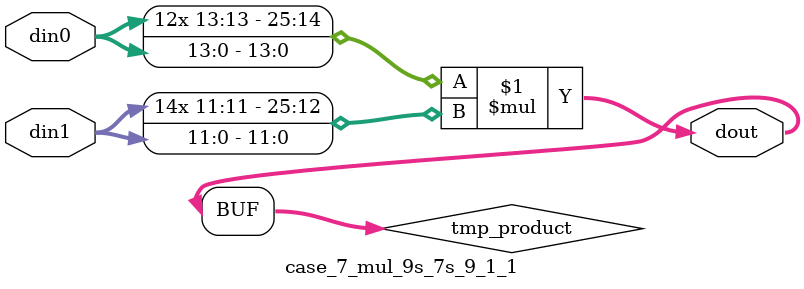
<source format=v>

`timescale 1 ns / 1 ps

 module case_7_mul_9s_7s_9_1_1(din0, din1, dout);
parameter ID = 1;
parameter NUM_STAGE = 0;
parameter din0_WIDTH = 14;
parameter din1_WIDTH = 12;
parameter dout_WIDTH = 26;

input [din0_WIDTH - 1 : 0] din0; 
input [din1_WIDTH - 1 : 0] din1; 
output [dout_WIDTH - 1 : 0] dout;

wire signed [dout_WIDTH - 1 : 0] tmp_product;



























assign tmp_product = $signed(din0) * $signed(din1);








assign dout = tmp_product;





















endmodule

</source>
